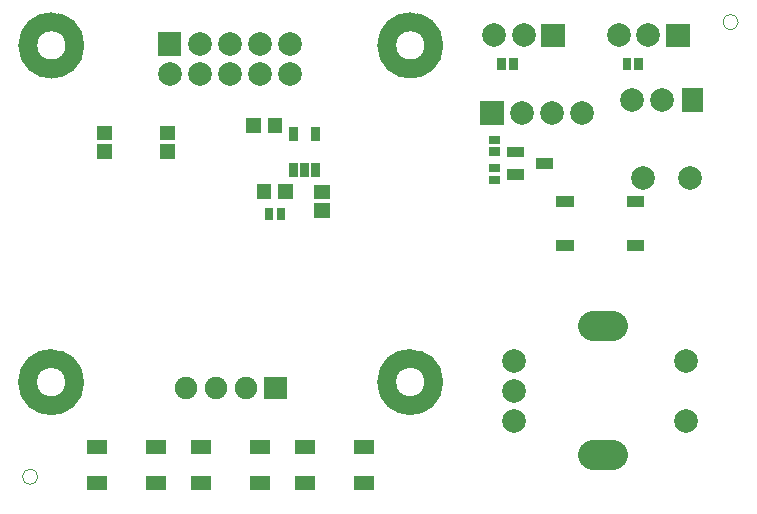
<source format=gts>
G04 Layer: TopSolderMaskLayer*
G04 EasyEDA v6.3.53, 2020-06-18T10:34:05+08:00*
G04 fc4558d4a1fd407c996c982f62b69df0,fed530592efb474aaabf7115e2e2b964,10*
G04 Gerber Generator version 0.2*
G04 Scale: 100 percent, Rotated: No, Reflected: No *
G04 Dimensions in millimeters *
G04 leading zeros omitted , absolute positions ,3 integer and 3 decimal *
%FSLAX33Y33*%
%MOMM*%
G90*
G71D02*

%ADD33C,2.503195*%
%ADD34C,0.100000*%
%ADD35C,1.599997*%
%ADD37C,1.903197*%
%ADD38C,2.003196*%

%LPD*%
G54D33*
G01X49684Y5465D02*
G01X51384Y5465D01*
G01X49684Y16465D02*
G01X51384Y16465D01*
G36*
G01X21867Y10223D02*
G01X21867Y12128D01*
G01X23772Y12128D01*
G01X23772Y10223D01*
G01X21867Y10223D01*
G37*
G54D37*
G01X20279Y11176D03*
G01X17739Y11176D03*
G01X15199Y11176D03*
G54D38*
G01X24003Y37762D03*
G01X24003Y40302D03*
G01X21463Y37762D03*
G01X21463Y40302D03*
G01X18923Y37762D03*
G01X18923Y40302D03*
G01X16383Y37762D03*
G01X16383Y40302D03*
G01X13843Y37762D03*
G36*
G01X12842Y39301D02*
G01X12842Y41303D01*
G01X14844Y41303D01*
G01X14844Y39301D01*
G01X12842Y39301D01*
G37*
G36*
G01X40145Y33459D02*
G01X40145Y35461D01*
G01X42149Y35461D01*
G01X42149Y33459D01*
G01X40145Y33459D01*
G37*
G01X43686Y34460D03*
G01X46226Y34460D03*
G01X48766Y34460D03*
G36*
G01X45313Y40025D02*
G01X45313Y42029D01*
G01X47317Y42029D01*
G01X47317Y40025D01*
G01X45313Y40025D01*
G37*
G01X43815Y41027D03*
G01X41315Y41027D03*
G36*
G01X55854Y40025D02*
G01X55854Y42029D01*
G01X57858Y42029D01*
G01X57858Y40025D01*
G01X55854Y40025D01*
G37*
G01X54356Y41027D03*
G01X51856Y41027D03*
G01X57880Y28999D03*
G01X53880Y28999D03*
G01X53006Y35540D03*
G01X55546Y35540D03*
G36*
G01X57198Y34539D02*
G01X57198Y36543D01*
G01X58976Y36543D01*
G01X58976Y34539D01*
G01X57198Y34539D01*
G37*
G01X43034Y13505D03*
G01X43034Y10965D03*
G01X43034Y8425D03*
G01X57534Y13505D03*
G01X57534Y8425D03*
G36*
G01X44869Y29748D02*
G01X44869Y30652D01*
G01X46324Y30652D01*
G01X46324Y29748D01*
G01X44869Y29748D01*
G37*
G36*
G01X42370Y28798D02*
G01X42370Y29702D01*
G01X43825Y29702D01*
G01X43825Y28798D01*
G01X42370Y28798D01*
G37*
G36*
G01X42370Y30698D02*
G01X42370Y31602D01*
G01X43825Y31602D01*
G01X43825Y30698D01*
G01X42370Y30698D01*
G37*
G36*
G01X46533Y26499D02*
G01X46533Y27401D01*
G01X48036Y27401D01*
G01X48036Y26499D01*
G01X46533Y26499D01*
G37*
G36*
G01X52532Y26499D02*
G01X52532Y27401D01*
G01X54036Y27401D01*
G01X54036Y26499D01*
G01X52532Y26499D01*
G37*
G36*
G01X46533Y22799D02*
G01X46533Y23700D01*
G01X48036Y23700D01*
G01X48036Y22799D01*
G01X46533Y22799D01*
G37*
G36*
G01X52532Y22799D02*
G01X52532Y23700D01*
G01X54036Y23700D01*
G01X54036Y22799D01*
G01X52532Y22799D01*
G37*
G36*
G01X7696Y30599D02*
G01X7696Y31800D01*
G01X8999Y31800D01*
G01X8999Y30599D01*
G01X7696Y30599D01*
G37*
G36*
G01X7696Y32199D02*
G01X7696Y33401D01*
G01X8999Y33401D01*
G01X8999Y32199D01*
G01X7696Y32199D01*
G37*
G36*
G01X12994Y30599D02*
G01X12994Y31800D01*
G01X14297Y31800D01*
G01X14297Y30599D01*
G01X12994Y30599D01*
G37*
G36*
G01X12994Y32199D02*
G01X12994Y33401D01*
G01X14297Y33401D01*
G01X14297Y32199D01*
G01X12994Y32199D01*
G37*
G36*
G01X11846Y2550D02*
G01X11846Y3751D01*
G01X13548Y3751D01*
G01X13548Y2550D01*
G01X11846Y2550D01*
G37*
G36*
G01X11846Y5550D02*
G01X11846Y6751D01*
G01X13548Y6751D01*
G01X13548Y5550D01*
G01X11846Y5550D01*
G37*
G36*
G01X6845Y5550D02*
G01X6845Y6751D01*
G01X8549Y6751D01*
G01X8549Y5550D01*
G01X6845Y5550D01*
G37*
G36*
G01X6845Y2550D02*
G01X6845Y3751D01*
G01X8549Y3751D01*
G01X8549Y2550D01*
G01X6845Y2550D01*
G37*
G36*
G01X20647Y2550D02*
G01X20647Y3751D01*
G01X22349Y3751D01*
G01X22349Y2550D01*
G01X20647Y2550D01*
G37*
G36*
G01X20647Y5550D02*
G01X20647Y6751D01*
G01X22349Y6751D01*
G01X22349Y5550D01*
G01X20647Y5550D01*
G37*
G36*
G01X15646Y5550D02*
G01X15646Y6751D01*
G01X17351Y6751D01*
G01X17351Y5550D01*
G01X15646Y5550D01*
G37*
G36*
G01X15646Y2550D02*
G01X15646Y3751D01*
G01X17351Y3751D01*
G01X17351Y2550D01*
G01X15646Y2550D01*
G37*
G36*
G01X29446Y2550D02*
G01X29446Y3751D01*
G01X31148Y3751D01*
G01X31148Y2550D01*
G01X29446Y2550D01*
G37*
G36*
G01X29446Y5550D02*
G01X29446Y6751D01*
G01X31148Y6751D01*
G01X31148Y5550D01*
G01X29446Y5550D01*
G37*
G36*
G01X24445Y5550D02*
G01X24445Y6751D01*
G01X26149Y6751D01*
G01X26149Y5550D01*
G01X24445Y5550D01*
G37*
G36*
G01X24445Y2550D02*
G01X24445Y3751D01*
G01X26149Y3751D01*
G01X26149Y2550D01*
G01X24445Y2550D01*
G37*
G36*
G01X40846Y29448D02*
G01X40846Y30152D01*
G01X41849Y30152D01*
G01X41849Y29448D01*
G01X40846Y29448D01*
G37*
G36*
G01X40846Y28448D02*
G01X40846Y29151D01*
G01X41849Y29151D01*
G01X41849Y28448D01*
G01X40846Y28448D01*
G37*
G36*
G01X40846Y30853D02*
G01X40846Y31557D01*
G01X41849Y31557D01*
G01X41849Y30853D01*
G01X40846Y30853D01*
G37*
G36*
G01X40846Y31851D02*
G01X40846Y32555D01*
G01X41849Y32555D01*
G01X41849Y31851D01*
G01X40846Y31851D01*
G37*
G36*
G01X41595Y38097D02*
G01X41595Y39100D01*
G01X42298Y39100D01*
G01X42298Y38097D01*
G01X41595Y38097D01*
G37*
G36*
G01X42596Y38097D02*
G01X42596Y39100D01*
G01X43299Y39100D01*
G01X43299Y38097D01*
G01X42596Y38097D01*
G37*
G36*
G01X52194Y38097D02*
G01X52194Y39100D01*
G01X52898Y39100D01*
G01X52898Y38097D01*
G01X52194Y38097D01*
G37*
G36*
G01X53195Y38097D02*
G01X53195Y39100D01*
G01X53899Y39100D01*
G01X53899Y38097D01*
G01X53195Y38097D01*
G37*
G36*
G01X23947Y32057D02*
G01X23947Y33258D01*
G01X24699Y33258D01*
G01X24699Y32057D01*
G01X23947Y32057D01*
G37*
G36*
G01X25847Y32057D02*
G01X25847Y33258D01*
G01X26599Y33258D01*
G01X26599Y32057D01*
G01X25847Y32057D01*
G37*
G36*
G01X25847Y29057D02*
G01X25847Y30259D01*
G01X26599Y30259D01*
G01X26599Y29057D01*
G01X25847Y29057D01*
G37*
G36*
G01X24897Y29057D02*
G01X24897Y30259D01*
G01X25649Y30259D01*
G01X25649Y29057D01*
G01X24897Y29057D01*
G37*
G36*
G01X23947Y29057D02*
G01X23947Y30259D01*
G01X24699Y30259D01*
G01X24699Y29057D01*
G01X23947Y29057D01*
G37*
G36*
G01X26096Y27198D02*
G01X26096Y28402D01*
G01X27399Y28402D01*
G01X27399Y27198D01*
G01X26096Y27198D01*
G37*
G36*
G01X26096Y25598D02*
G01X26096Y26802D01*
G01X27399Y26802D01*
G01X27399Y25598D01*
G01X26096Y25598D01*
G37*
G36*
G01X20345Y32748D02*
G01X20345Y34051D01*
G01X21549Y34051D01*
G01X21549Y32748D01*
G01X20345Y32748D01*
G37*
G36*
G01X22146Y32748D02*
G01X22146Y34051D01*
G01X23347Y34051D01*
G01X23347Y32748D01*
G01X22146Y32748D01*
G37*
G36*
G01X21244Y27147D02*
G01X21244Y28453D01*
G01X22448Y28453D01*
G01X22448Y27147D01*
G01X21244Y27147D01*
G37*
G36*
G01X23045Y27147D02*
G01X23045Y28453D01*
G01X24249Y28453D01*
G01X24249Y27147D01*
G01X23045Y27147D01*
G37*
G36*
G01X21895Y25397D02*
G01X21895Y26400D01*
G01X22598Y26400D01*
G01X22598Y25397D01*
G01X21895Y25397D01*
G37*
G36*
G01X22895Y25397D02*
G01X22895Y26400D01*
G01X23599Y26400D01*
G01X23599Y25397D01*
G01X22895Y25397D01*
G37*
G54D34*
G75*
G01X2679Y3660D02*
G03X2679Y3660I-650J0D01*
G01*
G75*
G01X61979Y42160D02*
G03X61979Y42160I-650J0D01*
G01*
G54D35*
G75*
G01X5825Y40185D02*
G03X5825Y40185I-2000J0D01*
G01*
G75*
G01X5804Y11675D02*
G03X5804Y11675I-2000J0D01*
G01*
G75*
G01X36214Y40185D02*
G03X36214Y40185I-2000J0D01*
G01*
G75*
G01X36204Y11685D02*
G03X36204Y11685I-2000J0D01*
G01*
M00*
M02*

</source>
